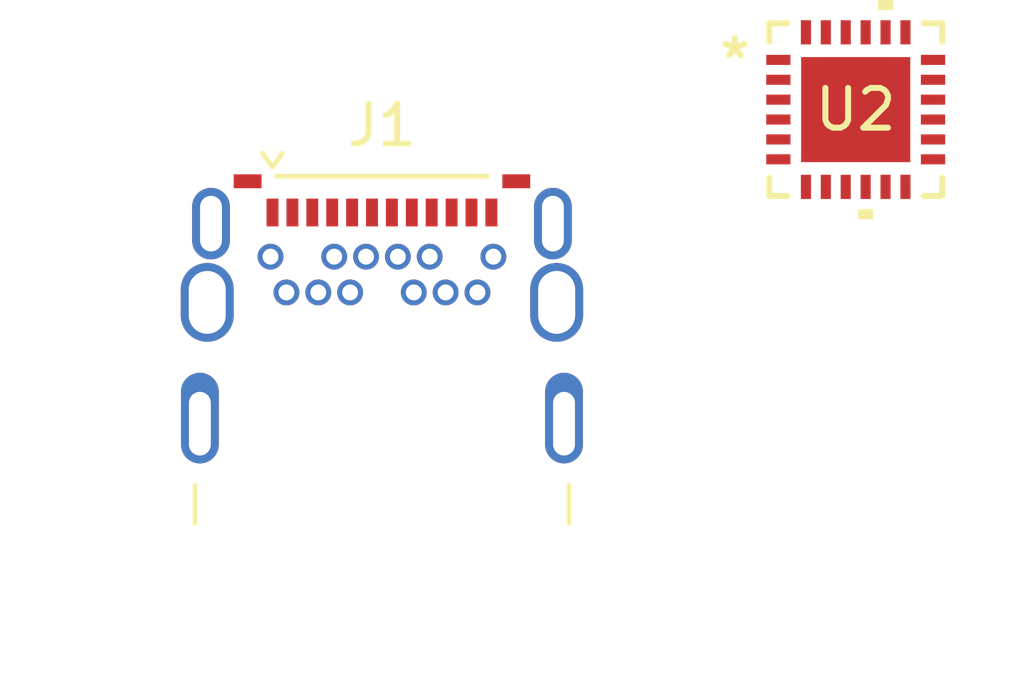
<source format=kicad_pcb>
(kicad_pcb (version 20241229) (generator "pcbnew") (generator_version "9.0")
  (layers (0 "F.Cu" signal) (2 "B.Cu" signal) (13 "F.Paste" user) (15 "B.Paste" user) (5 "F.SilkS" user "F.Silkscreen") (7 "B.SilkS" user "B.Silkscreen") (1 "F.Mask" user) (3 "B.Mask" user) (25 "Edge.Cuts" user))
  (net 0 "")
  (net 1 "GND")
  (net 2 "Net-(J1-CC1)")
  (net 3 "USB_5V")
  (net 4 "Net-(J1-CC2)")
  (footprint "IMU:QFN24_4X4X0P9-0P5_TDK-L" (layer "F.Cu") (at 94.5769 74.949685)
    (property "Reference" "U2" (at 0 0 0) (layer "F.SilkS"))
    (property "Value" "MPU-6050")
    (fp_line (start -2.1717 -2.1717) (end -2.1717 -1.710055) (stroke (width 0.1524)) (layer "F.SilkS"))
    (fp_line (start -2.1717 1.710055) (end -2.1717 2.1717) (stroke (width 0.1524)) (layer "F.SilkS"))
    (fp_line (start -2.1717 2.1717) (end -1.710055 2.1717) (stroke (width 0.1524)) (layer "F.SilkS"))
    (fp_line (start -1.710055 -2.1717) (end -2.1717 -2.1717) (stroke (width 0.1524)) (layer "F.SilkS"))
    (fp_line (start 1.710055 2.1717) (end 2.1717 2.1717) (stroke (width 0.1524)) (layer "F.SilkS"))
    (fp_line (start 2.1717 -2.1717) (end 1.710055 -2.1717) (stroke (width 0.1524)) (layer "F.SilkS"))
    (fp_line (start 2.1717 -1.710055) (end 2.1717 -2.1717) (stroke (width 0.1524)) (layer "F.SilkS"))
    (fp_line (start 2.1717 2.1717) (end 2.1717 1.710055) (stroke (width 0.1524)) (layer "F.SilkS"))
    (fp_poly (pts (xy 0.059563 2.5019) (xy 0.059563 2.7559) (xy 0.440563 2.7559) (xy 0.440563 2.5019)) (fill yes) (layer "F.SilkS"))
    (fp_poly (pts (xy 0.559689 -2.5019) (xy 0.559689 -2.7559) (xy 0.940689 -2.7559) (xy 0.940689 -2.5019)) (fill yes) (layer "F.SilkS"))
    (fp_text user "*" (at -3.0353 -1.250315 0) (layer "F.SilkS"))
    (fp_text user "*" (at -3.0353 -1.250315 0) (layer "F.SilkS"))
    (pad "1" smd rect (at -1.9431 -1.250315 90) (size 0.254 0.6096) (layers "F.Cu" "F.Mask" "F.Paste"))
    (pad "2" smd rect (at -1.9431 -0.750189 90) (size 0.254 0.6096) (layers "F.Cu" "F.Mask" "F.Paste"))
    (pad "3" smd rect (at -1.9431 -0.250063 90) (size 0.254 0.6096) (layers "F.Cu" "F.Mask" "F.Paste"))
    (pad "4" smd rect (at -1.9431 0.250063 90) (size 0.254 0.6096) (layers "F.Cu" "F.Mask" "F.Paste"))
    (pad "5" smd rect (at -1.9431 0.750189 90) (size 0.254 0.6096) (layers "F.Cu" "F.Mask" "F.Paste"))
    (pad "6" smd rect (at -1.9431 1.250315 90) (size 0.254 0.6096) (layers "F.Cu" "F.Mask" "F.Paste"))
    (pad "7" smd rect (at -1.250315 1.9431) (size 0.254 0.6096) (layers "F.Cu" "F.Mask" "F.Paste"))
    (pad "8" smd rect (at -0.750189 1.9431) (size 0.254 0.6096) (layers "F.Cu" "F.Mask" "F.Paste"))
    (pad "9" smd rect (at -0.250063 1.9431) (size 0.254 0.6096) (layers "F.Cu" "F.Mask" "F.Paste"))
    (pad "10" smd rect (at 0.250063 1.9431) (size 0.254 0.6096) (layers "F.Cu" "F.Mask" "F.Paste"))
    (pad "11" smd rect (at 0.750189 1.9431) (size 0.254 0.6096) (layers "F.Cu" "F.Mask" "F.Paste"))
    (pad "12" smd rect (at 1.250315 1.9431) (size 0.254 0.6096) (layers "F.Cu" "F.Mask" "F.Paste"))
    (pad "13" smd rect (at 1.9431 1.250315 90) (size 0.254 0.6096) (layers "F.Cu" "F.Mask" "F.Paste"))
    (pad "14" smd rect (at 1.9431 0.750189 90) (size 0.254 0.6096) (layers "F.Cu" "F.Mask" "F.Paste"))
    (pad "15" smd rect (at 1.9431 0.250063 90) (size 0.254 0.6096) (layers "F.Cu" "F.Mask" "F.Paste"))
    (pad "16" smd rect (at 1.9431 -0.250063 90) (size 0.254 0.6096) (layers "F.Cu" "F.Mask" "F.Paste"))
    (pad "17" smd rect (at 1.9431 -0.750189 90) (size 0.254 0.6096) (layers "F.Cu" "F.Mask" "F.Paste"))
    (pad "18" smd rect (at 1.9431 -1.250315 90) (size 0.254 0.6096) (layers "F.Cu" "F.Mask" "F.Paste"))
    (pad "19" smd rect (at 1.250315 -1.9431) (size 0.254 0.6096) (layers "F.Cu" "F.Mask" "F.Paste"))
    (pad "20" smd rect (at 0.750189 -1.9431) (size 0.254 0.6096) (layers "F.Cu" "F.Mask" "F.Paste"))
    (pad "21" smd rect (at 0.250063 -1.9431) (size 0.254 0.6096) (layers "F.Cu" "F.Mask" "F.Paste"))
    (pad "22" smd rect (at -0.250063 -1.9431) (size 0.254 0.6096) (layers "F.Cu" "F.Mask" "F.Paste"))
    (pad "23" smd rect (at -0.750189 -1.9431) (size 0.254 0.6096) (layers "F.Cu" "F.Mask" "F.Paste"))
    (pad "24" smd rect (at -1.250315 -1.9431) (size 0.254 0.6096) (layers "F.Cu" "F.Mask" "F.Paste"))
    (pad "25" smd rect (at 0 0) (size 2.7432 2.6416) (layers "F.Cu" "F.Mask" "F.Paste"))
  )
  (footprint "Connector_USB:USB_C_Receptacle_CNCTech_C-ARA1-AK51X" (layer "F.Cu") (at 82.6732 80.847399)
    (property "Reference" "J1" (at 0 -5.5 0) (layer "F.SilkS"))
    (property "Value" "Power USB C Receptacle")
    (fp_line (start -4.7 3.55) (end -4.7 4.5) (stroke (width 0.12)) (layer "F.SilkS"))
    (fp_line (start -3 -4.8) (end -2.75 -4.45) (stroke (width 0.12)) (layer "F.SilkS"))
    (fp_line (start -2.75 -4.45) (end -2.5 -4.8) (stroke (width 0.12)) (layer "F.SilkS"))
    (fp_line (start -2.65 -4.22) (end 2.65 -4.22) (stroke (width 0.12)) (layer "F.SilkS"))
    (fp_line (start 4.7 4.5) (end 4.7 3.55) (stroke (width 0.12)) (layer "F.SilkS"))
    (pad "A1" smd rect (at -2.75 -3.31) (size 0.3 0.7) (layers "F.Cu" "F.Mask" "F.Paste"))
    (pad "A2" smd rect (at -2.25 -3.31) (size 0.3 0.7) (layers "F.Cu" "F.Mask" "F.Paste"))
    (pad "A3" smd rect (at -1.75 -3.31) (size 0.3 0.7) (layers "F.Cu" "F.Mask" "F.Paste"))
    (pad "A4" smd rect (at -1.25 -3.31) (size 0.3 0.7) (layers "F.Cu" "F.Mask" "F.Paste"))
    (pad "A5" smd rect (at -0.75 -3.31) (size 0.3 0.7) (layers "F.Cu" "F.Mask" "F.Paste") (net 2 "Net-(J1-CC1)"))
    (pad "A6" smd rect (at -0.25 -3.31) (size 0.3 0.7) (layers "F.Cu" "F.Mask" "F.Paste"))
    (pad "A7" smd rect (at 0.25 -3.31) (size 0.3 0.7) (layers "F.Cu" "F.Mask" "F.Paste"))
    (pad "A8" smd rect (at 0.75 -3.31) (size 0.3 0.7) (layers "F.Cu" "F.Mask" "F.Paste"))
    (pad "A9" smd rect (at 1.25 -3.31) (size 0.3 0.7) (layers "F.Cu" "F.Mask" "F.Paste") (net 3 "USB_5V"))
    (pad "A10" smd rect (at 1.75 -3.31) (size 0.3 0.7) (layers "F.Cu" "F.Mask" "F.Paste"))
    (pad "A11" smd rect (at 2.25 -3.31) (size 0.3 0.7) (layers "F.Cu" "F.Mask" "F.Paste"))
    (pad "A12" smd rect (at 2.75 -3.31) (size 0.3 0.7) (layers "F.Cu" "F.Mask" "F.Paste") (net 1 "GND"))
    (pad "B1" thru_hole circle (at 2.8 -2.2) (size 0.65 0.65) (drill 0.4) (property pad_prop_heatsink) (layers "*.Cu" "*.Mask" "F.Paste"))
    (pad "B2" thru_hole circle (at 2.4 -1.3) (size 0.65 0.65) (drill 0.4) (property pad_prop_heatsink) (layers "*.Cu" "*.Mask" "F.Paste"))
    (pad "B3" thru_hole circle (at 1.6 -1.3) (size 0.65 0.65) (drill 0.4) (property pad_prop_heatsink) (layers "*.Cu" "*.Mask" "F.Paste"))
    (pad "B4" thru_hole circle (at 1.2 -2.2) (size 0.65 0.65) (drill 0.4) (property pad_prop_heatsink) (layers "*.Cu" "*.Mask" "F.Paste"))
    (pad "B5" thru_hole circle (at 0.8 -1.3) (size 0.65 0.65) (drill 0.4) (property pad_prop_heatsink) (layers "*.Cu" "*.Mask" "F.Paste") (net 4 "Net-(J1-CC2)"))
    (pad "B6" thru_hole circle (at 0.4 -2.2) (size 0.65 0.65) (drill 0.4) (property pad_prop_heatsink) (layers "*.Cu" "*.Mask" "F.Paste"))
    (pad "B7" thru_hole circle (at -0.4 -2.2) (size 0.65 0.65) (drill 0.4) (property pad_prop_heatsink) (layers "*.Cu" "*.Mask" "F.Paste"))
    (pad "B8" thru_hole circle (at -0.8 -1.3) (size 0.65 0.65) (drill 0.4) (property pad_prop_heatsink) (layers "*.Cu" "*.Mask" "F.Paste"))
    (pad "B9" thru_hole circle (at -1.2 -2.2) (size 0.65 0.65) (drill 0.4) (property pad_prop_heatsink) (layers "*.Cu" "*.Mask" "F.Paste") (net 3 "USB_5V"))
    (pad "B10" thru_hole circle (at -1.6 -1.3) (size 0.65 0.65) (drill 0.4) (property pad_prop_heatsink) (layers "*.Cu" "*.Mask" "F.Paste"))
    (pad "B11" thru_hole circle (at -2.4 -1.3) (size 0.65 0.65) (drill 0.4) (property pad_prop_heatsink) (layers "*.Cu" "*.Mask" "F.Paste"))
    (pad "B12" thru_hole circle (at -2.8 -2.2) (size 0.65 0.65) (drill 0.4) (property pad_prop_heatsink) (layers "*.Cu" "*.Mask" "F.Paste") (net 1 "GND"))
    (pad "S1" thru_hole oval (at -4.575 2) (size 0.95 2.28) (drill oval 0.55 1.6 (offset 0 -0.14)) (property pad_prop_heatsink) (layers "*.Cu" "*.Mask" "F.Paste") (net 1 "GND"))
    (pad "S1" thru_hole oval (at -4.39 -1.05) (size 1.33 1.98) (drill oval 0.93 1.58) (property pad_prop_heatsink) (layers "*.Cu" "*.Mask" "F.Paste") (net 1 "GND"))
    (pad "S1" thru_hole oval (at -4.295 -3.03) (size 0.95 1.8) (drill oval 0.55 1.4) (property pad_prop_heatsink) (layers "*.Cu" "*.Mask" "F.Paste") (net 1 "GND"))
    (pad "S1" smd rect (at -3.375 -4.095) (size 0.7 0.35) (layers "F.Cu" "F.Mask" "F.Paste") (net 1 "GND"))
    (pad "S1" smd rect (at 3.375 -4.095) (size 0.7 0.35) (layers "F.Cu" "F.Mask" "F.Paste") (net 1 "GND"))
    (pad "S1" thru_hole oval (at 4.295 -3.03) (size 0.95 1.8) (drill oval 0.55 1.4) (property pad_prop_heatsink) (layers "*.Cu" "*.Mask" "F.Paste") (net 1 "GND"))
    (pad "S1" thru_hole oval (at 4.39 -1.05) (size 1.33 1.98) (drill oval 0.93 1.58) (property pad_prop_heatsink) (layers "*.Cu" "*.Mask" "F.Paste") (net 1 "GND"))
    (pad "S1" thru_hole oval (at 4.575 2) (size 0.95 2.28) (drill oval 0.55 1.6 (offset 0 -0.14)) (property pad_prop_heatsink) (layers "*.Cu" "*.Mask" "F.Paste") (net 1 "GND"))
  )
)
</source>
